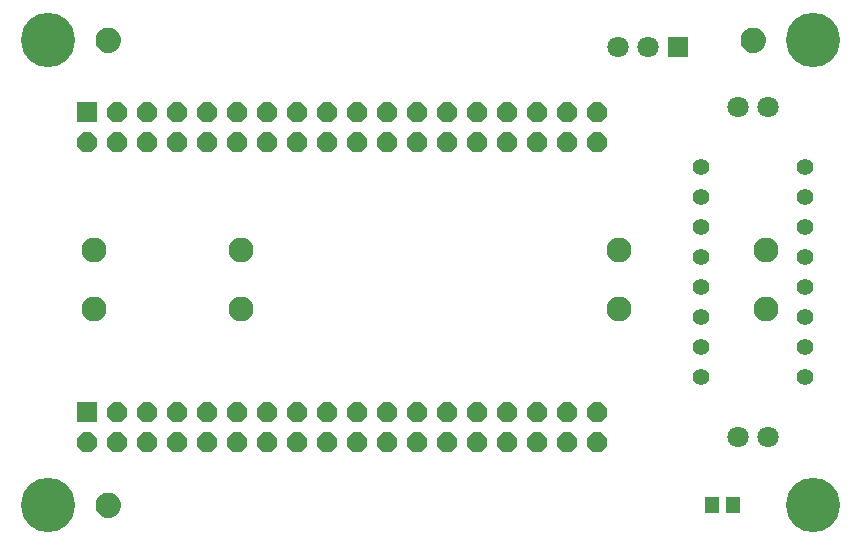
<source format=gbr>
G04 EAGLE Gerber RS-274X export*
G75*
%MOMM*%
%FSLAX34Y34*%
%LPD*%
%INSoldermask Bottom*%
%IPPOS*%
%AMOC8*
5,1,8,0,0,1.08239X$1,22.5*%
G01*
%ADD10R,1.803400X1.803400*%
%ADD11C,1.803400*%
%ADD12C,2.112400*%
%ADD13C,4.597400*%
%ADD14C,0.609600*%
%ADD15C,1.168400*%
%ADD16R,1.295400X1.422400*%
%ADD17R,1.676400X1.676400*%
%ADD18P,1.814519X8X22.500000*%
%ADD19C,1.412400*%


D10*
X571500Y425450D03*
D11*
X546100Y425450D03*
X520700Y425450D03*
X622300Y95250D03*
X647700Y95250D03*
X622300Y374650D03*
X647700Y374650D03*
D12*
X202200Y253600D03*
X202200Y203600D03*
X77200Y203600D03*
X77200Y253600D03*
X646700Y253600D03*
X646700Y203600D03*
X521700Y203600D03*
X521700Y253600D03*
D13*
X685800Y431800D03*
X38100Y431800D03*
X38100Y38100D03*
X685800Y38100D03*
D14*
X81280Y431800D02*
X81282Y431987D01*
X81289Y432174D01*
X81301Y432361D01*
X81317Y432547D01*
X81337Y432733D01*
X81362Y432918D01*
X81392Y433103D01*
X81426Y433287D01*
X81465Y433470D01*
X81508Y433652D01*
X81556Y433832D01*
X81608Y434012D01*
X81665Y434190D01*
X81725Y434367D01*
X81791Y434542D01*
X81860Y434716D01*
X81934Y434888D01*
X82012Y435058D01*
X82094Y435226D01*
X82180Y435392D01*
X82270Y435556D01*
X82364Y435717D01*
X82462Y435877D01*
X82564Y436033D01*
X82670Y436188D01*
X82780Y436339D01*
X82893Y436488D01*
X83010Y436634D01*
X83130Y436777D01*
X83254Y436917D01*
X83381Y437054D01*
X83512Y437188D01*
X83646Y437319D01*
X83783Y437446D01*
X83923Y437570D01*
X84066Y437690D01*
X84212Y437807D01*
X84361Y437920D01*
X84512Y438030D01*
X84667Y438136D01*
X84823Y438238D01*
X84983Y438336D01*
X85144Y438430D01*
X85308Y438520D01*
X85474Y438606D01*
X85642Y438688D01*
X85812Y438766D01*
X85984Y438840D01*
X86158Y438909D01*
X86333Y438975D01*
X86510Y439035D01*
X86688Y439092D01*
X86868Y439144D01*
X87048Y439192D01*
X87230Y439235D01*
X87413Y439274D01*
X87597Y439308D01*
X87782Y439338D01*
X87967Y439363D01*
X88153Y439383D01*
X88339Y439399D01*
X88526Y439411D01*
X88713Y439418D01*
X88900Y439420D01*
X89087Y439418D01*
X89274Y439411D01*
X89461Y439399D01*
X89647Y439383D01*
X89833Y439363D01*
X90018Y439338D01*
X90203Y439308D01*
X90387Y439274D01*
X90570Y439235D01*
X90752Y439192D01*
X90932Y439144D01*
X91112Y439092D01*
X91290Y439035D01*
X91467Y438975D01*
X91642Y438909D01*
X91816Y438840D01*
X91988Y438766D01*
X92158Y438688D01*
X92326Y438606D01*
X92492Y438520D01*
X92656Y438430D01*
X92817Y438336D01*
X92977Y438238D01*
X93133Y438136D01*
X93288Y438030D01*
X93439Y437920D01*
X93588Y437807D01*
X93734Y437690D01*
X93877Y437570D01*
X94017Y437446D01*
X94154Y437319D01*
X94288Y437188D01*
X94419Y437054D01*
X94546Y436917D01*
X94670Y436777D01*
X94790Y436634D01*
X94907Y436488D01*
X95020Y436339D01*
X95130Y436188D01*
X95236Y436033D01*
X95338Y435877D01*
X95436Y435717D01*
X95530Y435556D01*
X95620Y435392D01*
X95706Y435226D01*
X95788Y435058D01*
X95866Y434888D01*
X95940Y434716D01*
X96009Y434542D01*
X96075Y434367D01*
X96135Y434190D01*
X96192Y434012D01*
X96244Y433832D01*
X96292Y433652D01*
X96335Y433470D01*
X96374Y433287D01*
X96408Y433103D01*
X96438Y432918D01*
X96463Y432733D01*
X96483Y432547D01*
X96499Y432361D01*
X96511Y432174D01*
X96518Y431987D01*
X96520Y431800D01*
X96518Y431613D01*
X96511Y431426D01*
X96499Y431239D01*
X96483Y431053D01*
X96463Y430867D01*
X96438Y430682D01*
X96408Y430497D01*
X96374Y430313D01*
X96335Y430130D01*
X96292Y429948D01*
X96244Y429768D01*
X96192Y429588D01*
X96135Y429410D01*
X96075Y429233D01*
X96009Y429058D01*
X95940Y428884D01*
X95866Y428712D01*
X95788Y428542D01*
X95706Y428374D01*
X95620Y428208D01*
X95530Y428044D01*
X95436Y427883D01*
X95338Y427723D01*
X95236Y427567D01*
X95130Y427412D01*
X95020Y427261D01*
X94907Y427112D01*
X94790Y426966D01*
X94670Y426823D01*
X94546Y426683D01*
X94419Y426546D01*
X94288Y426412D01*
X94154Y426281D01*
X94017Y426154D01*
X93877Y426030D01*
X93734Y425910D01*
X93588Y425793D01*
X93439Y425680D01*
X93288Y425570D01*
X93133Y425464D01*
X92977Y425362D01*
X92817Y425264D01*
X92656Y425170D01*
X92492Y425080D01*
X92326Y424994D01*
X92158Y424912D01*
X91988Y424834D01*
X91816Y424760D01*
X91642Y424691D01*
X91467Y424625D01*
X91290Y424565D01*
X91112Y424508D01*
X90932Y424456D01*
X90752Y424408D01*
X90570Y424365D01*
X90387Y424326D01*
X90203Y424292D01*
X90018Y424262D01*
X89833Y424237D01*
X89647Y424217D01*
X89461Y424201D01*
X89274Y424189D01*
X89087Y424182D01*
X88900Y424180D01*
X88713Y424182D01*
X88526Y424189D01*
X88339Y424201D01*
X88153Y424217D01*
X87967Y424237D01*
X87782Y424262D01*
X87597Y424292D01*
X87413Y424326D01*
X87230Y424365D01*
X87048Y424408D01*
X86868Y424456D01*
X86688Y424508D01*
X86510Y424565D01*
X86333Y424625D01*
X86158Y424691D01*
X85984Y424760D01*
X85812Y424834D01*
X85642Y424912D01*
X85474Y424994D01*
X85308Y425080D01*
X85144Y425170D01*
X84983Y425264D01*
X84823Y425362D01*
X84667Y425464D01*
X84512Y425570D01*
X84361Y425680D01*
X84212Y425793D01*
X84066Y425910D01*
X83923Y426030D01*
X83783Y426154D01*
X83646Y426281D01*
X83512Y426412D01*
X83381Y426546D01*
X83254Y426683D01*
X83130Y426823D01*
X83010Y426966D01*
X82893Y427112D01*
X82780Y427261D01*
X82670Y427412D01*
X82564Y427567D01*
X82462Y427723D01*
X82364Y427883D01*
X82270Y428044D01*
X82180Y428208D01*
X82094Y428374D01*
X82012Y428542D01*
X81934Y428712D01*
X81860Y428884D01*
X81791Y429058D01*
X81725Y429233D01*
X81665Y429410D01*
X81608Y429588D01*
X81556Y429768D01*
X81508Y429948D01*
X81465Y430130D01*
X81426Y430313D01*
X81392Y430497D01*
X81362Y430682D01*
X81337Y430867D01*
X81317Y431053D01*
X81301Y431239D01*
X81289Y431426D01*
X81282Y431613D01*
X81280Y431800D01*
D15*
X88900Y431800D03*
D14*
X627380Y431800D02*
X627382Y431987D01*
X627389Y432174D01*
X627401Y432361D01*
X627417Y432547D01*
X627437Y432733D01*
X627462Y432918D01*
X627492Y433103D01*
X627526Y433287D01*
X627565Y433470D01*
X627608Y433652D01*
X627656Y433832D01*
X627708Y434012D01*
X627765Y434190D01*
X627825Y434367D01*
X627891Y434542D01*
X627960Y434716D01*
X628034Y434888D01*
X628112Y435058D01*
X628194Y435226D01*
X628280Y435392D01*
X628370Y435556D01*
X628464Y435717D01*
X628562Y435877D01*
X628664Y436033D01*
X628770Y436188D01*
X628880Y436339D01*
X628993Y436488D01*
X629110Y436634D01*
X629230Y436777D01*
X629354Y436917D01*
X629481Y437054D01*
X629612Y437188D01*
X629746Y437319D01*
X629883Y437446D01*
X630023Y437570D01*
X630166Y437690D01*
X630312Y437807D01*
X630461Y437920D01*
X630612Y438030D01*
X630767Y438136D01*
X630923Y438238D01*
X631083Y438336D01*
X631244Y438430D01*
X631408Y438520D01*
X631574Y438606D01*
X631742Y438688D01*
X631912Y438766D01*
X632084Y438840D01*
X632258Y438909D01*
X632433Y438975D01*
X632610Y439035D01*
X632788Y439092D01*
X632968Y439144D01*
X633148Y439192D01*
X633330Y439235D01*
X633513Y439274D01*
X633697Y439308D01*
X633882Y439338D01*
X634067Y439363D01*
X634253Y439383D01*
X634439Y439399D01*
X634626Y439411D01*
X634813Y439418D01*
X635000Y439420D01*
X635187Y439418D01*
X635374Y439411D01*
X635561Y439399D01*
X635747Y439383D01*
X635933Y439363D01*
X636118Y439338D01*
X636303Y439308D01*
X636487Y439274D01*
X636670Y439235D01*
X636852Y439192D01*
X637032Y439144D01*
X637212Y439092D01*
X637390Y439035D01*
X637567Y438975D01*
X637742Y438909D01*
X637916Y438840D01*
X638088Y438766D01*
X638258Y438688D01*
X638426Y438606D01*
X638592Y438520D01*
X638756Y438430D01*
X638917Y438336D01*
X639077Y438238D01*
X639233Y438136D01*
X639388Y438030D01*
X639539Y437920D01*
X639688Y437807D01*
X639834Y437690D01*
X639977Y437570D01*
X640117Y437446D01*
X640254Y437319D01*
X640388Y437188D01*
X640519Y437054D01*
X640646Y436917D01*
X640770Y436777D01*
X640890Y436634D01*
X641007Y436488D01*
X641120Y436339D01*
X641230Y436188D01*
X641336Y436033D01*
X641438Y435877D01*
X641536Y435717D01*
X641630Y435556D01*
X641720Y435392D01*
X641806Y435226D01*
X641888Y435058D01*
X641966Y434888D01*
X642040Y434716D01*
X642109Y434542D01*
X642175Y434367D01*
X642235Y434190D01*
X642292Y434012D01*
X642344Y433832D01*
X642392Y433652D01*
X642435Y433470D01*
X642474Y433287D01*
X642508Y433103D01*
X642538Y432918D01*
X642563Y432733D01*
X642583Y432547D01*
X642599Y432361D01*
X642611Y432174D01*
X642618Y431987D01*
X642620Y431800D01*
X642618Y431613D01*
X642611Y431426D01*
X642599Y431239D01*
X642583Y431053D01*
X642563Y430867D01*
X642538Y430682D01*
X642508Y430497D01*
X642474Y430313D01*
X642435Y430130D01*
X642392Y429948D01*
X642344Y429768D01*
X642292Y429588D01*
X642235Y429410D01*
X642175Y429233D01*
X642109Y429058D01*
X642040Y428884D01*
X641966Y428712D01*
X641888Y428542D01*
X641806Y428374D01*
X641720Y428208D01*
X641630Y428044D01*
X641536Y427883D01*
X641438Y427723D01*
X641336Y427567D01*
X641230Y427412D01*
X641120Y427261D01*
X641007Y427112D01*
X640890Y426966D01*
X640770Y426823D01*
X640646Y426683D01*
X640519Y426546D01*
X640388Y426412D01*
X640254Y426281D01*
X640117Y426154D01*
X639977Y426030D01*
X639834Y425910D01*
X639688Y425793D01*
X639539Y425680D01*
X639388Y425570D01*
X639233Y425464D01*
X639077Y425362D01*
X638917Y425264D01*
X638756Y425170D01*
X638592Y425080D01*
X638426Y424994D01*
X638258Y424912D01*
X638088Y424834D01*
X637916Y424760D01*
X637742Y424691D01*
X637567Y424625D01*
X637390Y424565D01*
X637212Y424508D01*
X637032Y424456D01*
X636852Y424408D01*
X636670Y424365D01*
X636487Y424326D01*
X636303Y424292D01*
X636118Y424262D01*
X635933Y424237D01*
X635747Y424217D01*
X635561Y424201D01*
X635374Y424189D01*
X635187Y424182D01*
X635000Y424180D01*
X634813Y424182D01*
X634626Y424189D01*
X634439Y424201D01*
X634253Y424217D01*
X634067Y424237D01*
X633882Y424262D01*
X633697Y424292D01*
X633513Y424326D01*
X633330Y424365D01*
X633148Y424408D01*
X632968Y424456D01*
X632788Y424508D01*
X632610Y424565D01*
X632433Y424625D01*
X632258Y424691D01*
X632084Y424760D01*
X631912Y424834D01*
X631742Y424912D01*
X631574Y424994D01*
X631408Y425080D01*
X631244Y425170D01*
X631083Y425264D01*
X630923Y425362D01*
X630767Y425464D01*
X630612Y425570D01*
X630461Y425680D01*
X630312Y425793D01*
X630166Y425910D01*
X630023Y426030D01*
X629883Y426154D01*
X629746Y426281D01*
X629612Y426412D01*
X629481Y426546D01*
X629354Y426683D01*
X629230Y426823D01*
X629110Y426966D01*
X628993Y427112D01*
X628880Y427261D01*
X628770Y427412D01*
X628664Y427567D01*
X628562Y427723D01*
X628464Y427883D01*
X628370Y428044D01*
X628280Y428208D01*
X628194Y428374D01*
X628112Y428542D01*
X628034Y428712D01*
X627960Y428884D01*
X627891Y429058D01*
X627825Y429233D01*
X627765Y429410D01*
X627708Y429588D01*
X627656Y429768D01*
X627608Y429948D01*
X627565Y430130D01*
X627526Y430313D01*
X627492Y430497D01*
X627462Y430682D01*
X627437Y430867D01*
X627417Y431053D01*
X627401Y431239D01*
X627389Y431426D01*
X627382Y431613D01*
X627380Y431800D01*
D15*
X635000Y431800D03*
D14*
X81280Y38100D02*
X81282Y38287D01*
X81289Y38474D01*
X81301Y38661D01*
X81317Y38847D01*
X81337Y39033D01*
X81362Y39218D01*
X81392Y39403D01*
X81426Y39587D01*
X81465Y39770D01*
X81508Y39952D01*
X81556Y40132D01*
X81608Y40312D01*
X81665Y40490D01*
X81725Y40667D01*
X81791Y40842D01*
X81860Y41016D01*
X81934Y41188D01*
X82012Y41358D01*
X82094Y41526D01*
X82180Y41692D01*
X82270Y41856D01*
X82364Y42017D01*
X82462Y42177D01*
X82564Y42333D01*
X82670Y42488D01*
X82780Y42639D01*
X82893Y42788D01*
X83010Y42934D01*
X83130Y43077D01*
X83254Y43217D01*
X83381Y43354D01*
X83512Y43488D01*
X83646Y43619D01*
X83783Y43746D01*
X83923Y43870D01*
X84066Y43990D01*
X84212Y44107D01*
X84361Y44220D01*
X84512Y44330D01*
X84667Y44436D01*
X84823Y44538D01*
X84983Y44636D01*
X85144Y44730D01*
X85308Y44820D01*
X85474Y44906D01*
X85642Y44988D01*
X85812Y45066D01*
X85984Y45140D01*
X86158Y45209D01*
X86333Y45275D01*
X86510Y45335D01*
X86688Y45392D01*
X86868Y45444D01*
X87048Y45492D01*
X87230Y45535D01*
X87413Y45574D01*
X87597Y45608D01*
X87782Y45638D01*
X87967Y45663D01*
X88153Y45683D01*
X88339Y45699D01*
X88526Y45711D01*
X88713Y45718D01*
X88900Y45720D01*
X89087Y45718D01*
X89274Y45711D01*
X89461Y45699D01*
X89647Y45683D01*
X89833Y45663D01*
X90018Y45638D01*
X90203Y45608D01*
X90387Y45574D01*
X90570Y45535D01*
X90752Y45492D01*
X90932Y45444D01*
X91112Y45392D01*
X91290Y45335D01*
X91467Y45275D01*
X91642Y45209D01*
X91816Y45140D01*
X91988Y45066D01*
X92158Y44988D01*
X92326Y44906D01*
X92492Y44820D01*
X92656Y44730D01*
X92817Y44636D01*
X92977Y44538D01*
X93133Y44436D01*
X93288Y44330D01*
X93439Y44220D01*
X93588Y44107D01*
X93734Y43990D01*
X93877Y43870D01*
X94017Y43746D01*
X94154Y43619D01*
X94288Y43488D01*
X94419Y43354D01*
X94546Y43217D01*
X94670Y43077D01*
X94790Y42934D01*
X94907Y42788D01*
X95020Y42639D01*
X95130Y42488D01*
X95236Y42333D01*
X95338Y42177D01*
X95436Y42017D01*
X95530Y41856D01*
X95620Y41692D01*
X95706Y41526D01*
X95788Y41358D01*
X95866Y41188D01*
X95940Y41016D01*
X96009Y40842D01*
X96075Y40667D01*
X96135Y40490D01*
X96192Y40312D01*
X96244Y40132D01*
X96292Y39952D01*
X96335Y39770D01*
X96374Y39587D01*
X96408Y39403D01*
X96438Y39218D01*
X96463Y39033D01*
X96483Y38847D01*
X96499Y38661D01*
X96511Y38474D01*
X96518Y38287D01*
X96520Y38100D01*
X96518Y37913D01*
X96511Y37726D01*
X96499Y37539D01*
X96483Y37353D01*
X96463Y37167D01*
X96438Y36982D01*
X96408Y36797D01*
X96374Y36613D01*
X96335Y36430D01*
X96292Y36248D01*
X96244Y36068D01*
X96192Y35888D01*
X96135Y35710D01*
X96075Y35533D01*
X96009Y35358D01*
X95940Y35184D01*
X95866Y35012D01*
X95788Y34842D01*
X95706Y34674D01*
X95620Y34508D01*
X95530Y34344D01*
X95436Y34183D01*
X95338Y34023D01*
X95236Y33867D01*
X95130Y33712D01*
X95020Y33561D01*
X94907Y33412D01*
X94790Y33266D01*
X94670Y33123D01*
X94546Y32983D01*
X94419Y32846D01*
X94288Y32712D01*
X94154Y32581D01*
X94017Y32454D01*
X93877Y32330D01*
X93734Y32210D01*
X93588Y32093D01*
X93439Y31980D01*
X93288Y31870D01*
X93133Y31764D01*
X92977Y31662D01*
X92817Y31564D01*
X92656Y31470D01*
X92492Y31380D01*
X92326Y31294D01*
X92158Y31212D01*
X91988Y31134D01*
X91816Y31060D01*
X91642Y30991D01*
X91467Y30925D01*
X91290Y30865D01*
X91112Y30808D01*
X90932Y30756D01*
X90752Y30708D01*
X90570Y30665D01*
X90387Y30626D01*
X90203Y30592D01*
X90018Y30562D01*
X89833Y30537D01*
X89647Y30517D01*
X89461Y30501D01*
X89274Y30489D01*
X89087Y30482D01*
X88900Y30480D01*
X88713Y30482D01*
X88526Y30489D01*
X88339Y30501D01*
X88153Y30517D01*
X87967Y30537D01*
X87782Y30562D01*
X87597Y30592D01*
X87413Y30626D01*
X87230Y30665D01*
X87048Y30708D01*
X86868Y30756D01*
X86688Y30808D01*
X86510Y30865D01*
X86333Y30925D01*
X86158Y30991D01*
X85984Y31060D01*
X85812Y31134D01*
X85642Y31212D01*
X85474Y31294D01*
X85308Y31380D01*
X85144Y31470D01*
X84983Y31564D01*
X84823Y31662D01*
X84667Y31764D01*
X84512Y31870D01*
X84361Y31980D01*
X84212Y32093D01*
X84066Y32210D01*
X83923Y32330D01*
X83783Y32454D01*
X83646Y32581D01*
X83512Y32712D01*
X83381Y32846D01*
X83254Y32983D01*
X83130Y33123D01*
X83010Y33266D01*
X82893Y33412D01*
X82780Y33561D01*
X82670Y33712D01*
X82564Y33867D01*
X82462Y34023D01*
X82364Y34183D01*
X82270Y34344D01*
X82180Y34508D01*
X82094Y34674D01*
X82012Y34842D01*
X81934Y35012D01*
X81860Y35184D01*
X81791Y35358D01*
X81725Y35533D01*
X81665Y35710D01*
X81608Y35888D01*
X81556Y36068D01*
X81508Y36248D01*
X81465Y36430D01*
X81426Y36613D01*
X81392Y36797D01*
X81362Y36982D01*
X81337Y37167D01*
X81317Y37353D01*
X81301Y37539D01*
X81289Y37726D01*
X81282Y37913D01*
X81280Y38100D01*
D15*
X88900Y38100D03*
D16*
X618490Y38100D03*
X600710Y38100D03*
D17*
X71800Y371100D03*
D18*
X71800Y345700D03*
X97200Y371100D03*
X97200Y345700D03*
X122600Y371100D03*
X122600Y345700D03*
X148000Y371100D03*
X148000Y345700D03*
X173400Y371100D03*
X173400Y345700D03*
X198800Y371100D03*
X198800Y345700D03*
X224200Y371100D03*
X224200Y345700D03*
X249600Y371100D03*
X249600Y345700D03*
X275000Y371100D03*
X275000Y345700D03*
X300400Y371100D03*
X300400Y345700D03*
X325800Y371100D03*
X325800Y345700D03*
X351200Y371100D03*
X351200Y345700D03*
X376600Y371100D03*
X376600Y345700D03*
X402000Y371100D03*
X402000Y345700D03*
X427400Y371100D03*
X427400Y345700D03*
X452800Y371100D03*
X452800Y345700D03*
X478200Y371100D03*
X478200Y345700D03*
X503600Y371100D03*
X503600Y345700D03*
D17*
X71800Y117100D03*
D18*
X71800Y91700D03*
X97200Y117100D03*
X97200Y91700D03*
X122600Y117100D03*
X122600Y91700D03*
X148000Y117100D03*
X148000Y91700D03*
X173400Y117100D03*
X173400Y91700D03*
X198800Y117100D03*
X198800Y91700D03*
X224200Y117100D03*
X224200Y91700D03*
X249600Y117100D03*
X249600Y91700D03*
X275000Y117100D03*
X275000Y91700D03*
X300400Y117100D03*
X300400Y91700D03*
X325800Y117100D03*
X325800Y91700D03*
X351200Y117100D03*
X351200Y91700D03*
X376600Y117100D03*
X376600Y91700D03*
X402000Y117100D03*
X402000Y91700D03*
X427400Y117100D03*
X427400Y91700D03*
X452800Y117100D03*
X452800Y91700D03*
X478200Y117100D03*
X478200Y91700D03*
X503600Y117100D03*
X503600Y91700D03*
D19*
X591000Y323850D03*
X591000Y298450D03*
X591000Y273050D03*
X591000Y247650D03*
X591000Y222250D03*
X591000Y196850D03*
X591000Y171450D03*
X591000Y146050D03*
X679000Y146050D03*
X679000Y171450D03*
X679000Y196850D03*
X679000Y222250D03*
X679000Y247650D03*
X679000Y273050D03*
X679000Y298450D03*
X679000Y323850D03*
M02*

</source>
